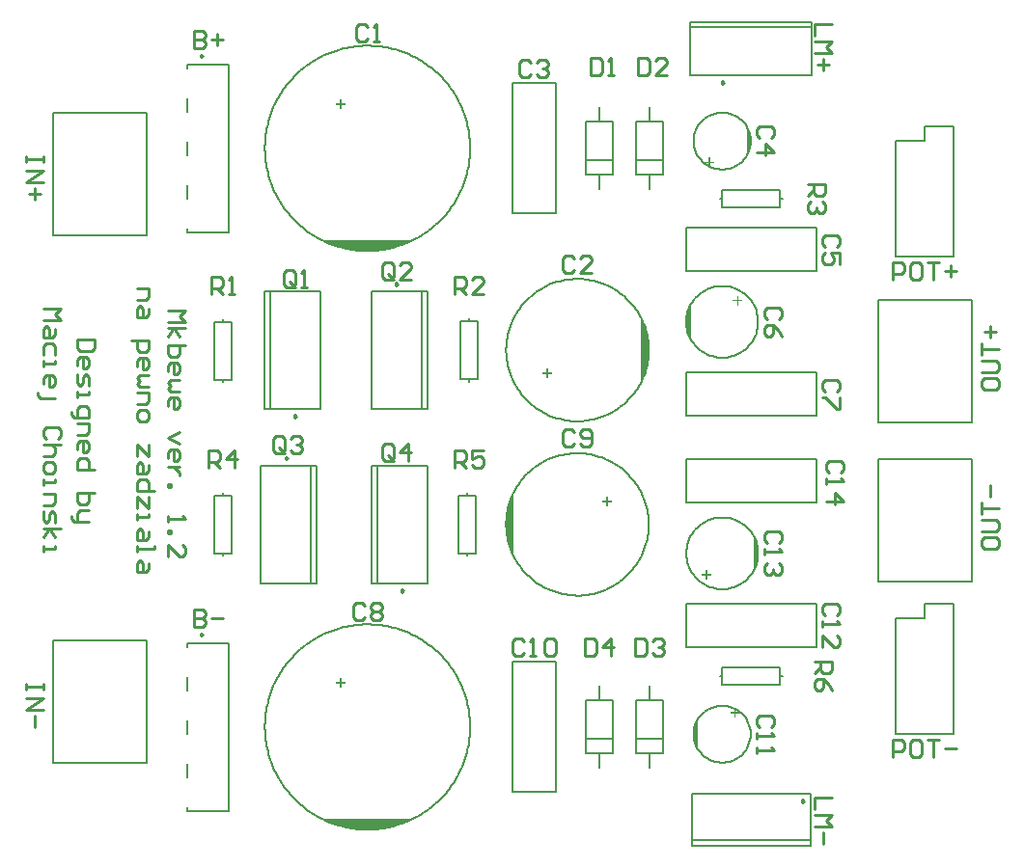
<source format=gto>
G04*
G04 #@! TF.GenerationSoftware,Altium Limited,Altium Designer,22.10.1 (41)*
G04*
G04 Layer_Color=65535*
%FSLAX25Y25*%
%MOIN*%
G70*
G04*
G04 #@! TF.SameCoordinates,29EE3482-A75D-48CA-8BFF-185FBC0ED275*
G04*
G04*
G04 #@! TF.FilePolarity,Positive*
G04*
G01*
G75*
%ADD10C,0.00984*%
%ADD11C,0.00787*%
%ADD12C,0.01000*%
G36*
X137475Y20387D02*
X136306Y19842D01*
X133897Y18925D01*
X131428Y18186D01*
X128911Y17628D01*
X126360Y17254D01*
X123789Y17067D01*
X121211D01*
X118640Y17254D01*
X116089Y17628D01*
X113573Y18186D01*
X111103Y18925D01*
X108694Y19842D01*
X107525Y20387D01*
X107525Y20387D01*
X137475Y20387D01*
D02*
G37*
G36*
X172699Y112101D02*
X172131Y113319D01*
X171268Y115863D01*
X170686Y118486D01*
X170394Y121157D01*
Y123843D01*
X170686Y126514D01*
X171268Y129137D01*
X172131Y131682D01*
X172699Y132899D01*
Y132899D01*
Y112101D01*
D02*
G37*
G36*
X236080Y45840D02*
X235853Y46327D01*
X235507Y47345D01*
X235275Y48394D01*
X235157Y49463D01*
Y50537D01*
X235275Y51606D01*
X235507Y52655D01*
X235853Y53673D01*
X236080Y54160D01*
X236080D01*
X236080Y45840D01*
D02*
G37*
G36*
X256240Y117741D02*
X256526Y117128D01*
X256961Y115845D01*
X257254Y114523D01*
X257401Y113177D01*
Y111823D01*
X257254Y110477D01*
X256961Y109155D01*
X256526Y107872D01*
X256240Y107259D01*
Y107259D01*
Y117741D01*
D02*
G37*
G36*
X137475Y220387D02*
X136306Y219842D01*
X133897Y218925D01*
X131428Y218186D01*
X128911Y217628D01*
X126360Y217254D01*
X123789Y217067D01*
X121211D01*
X118640Y217254D01*
X116089Y217628D01*
X113573Y218186D01*
X111103Y218925D01*
X108694Y219842D01*
X107525Y220387D01*
X107525Y220387D01*
X137475Y220387D01*
D02*
G37*
G36*
X217301Y193135D02*
X217869Y191918D01*
X218732Y189374D01*
X219314Y186750D01*
X219606Y184080D01*
Y181393D01*
X219314Y178722D01*
X218732Y176099D01*
X217869Y173555D01*
X217301Y172337D01*
X217301D01*
X217301Y193135D01*
D02*
G37*
G36*
X233760Y187259D02*
X233474Y187873D01*
X233039Y189155D01*
X232746Y190477D01*
X232598Y191823D01*
Y193177D01*
X232746Y194523D01*
X233039Y195845D01*
X233474Y197127D01*
X233760Y197741D01*
X233760D01*
X233760Y187259D01*
D02*
G37*
G36*
X253920Y259160D02*
X254147Y258673D01*
X254493Y257655D01*
X254726Y256606D01*
X254842Y255537D01*
Y254463D01*
X254726Y253394D01*
X254493Y252345D01*
X254147Y251327D01*
X253920Y250840D01*
Y250840D01*
Y259160D01*
D02*
G37*
G36*
X184968Y175023D02*
X186339D01*
Y174447D01*
X184968D01*
Y173076D01*
X184385D01*
Y174447D01*
X183014D01*
Y175023D01*
X184385D01*
Y176408D01*
X184968D01*
Y175023D01*
D02*
G37*
G36*
X250694Y200199D02*
X252064D01*
Y199623D01*
X250694D01*
Y198238D01*
X250111D01*
Y199623D01*
X248740D01*
Y200199D01*
X250111D01*
Y201569D01*
X250694D01*
Y200199D01*
D02*
G37*
G36*
X240874Y247877D02*
X242244D01*
Y247301D01*
X240874D01*
Y245931D01*
X240290D01*
Y247301D01*
X238920D01*
Y247877D01*
X240290D01*
Y249262D01*
X240874D01*
Y247877D01*
D02*
G37*
G36*
X113605Y268036D02*
X114991D01*
Y267453D01*
X113605D01*
Y266083D01*
X113030D01*
Y267453D01*
X111659D01*
Y268036D01*
X113030D01*
Y269407D01*
X113605D01*
Y268036D01*
D02*
G37*
G36*
X205615Y130789D02*
X206986D01*
Y130213D01*
X205615D01*
Y128828D01*
X205032D01*
Y130213D01*
X203661D01*
Y130789D01*
X205032D01*
Y132160D01*
X205615D01*
Y130789D01*
D02*
G37*
G36*
X113605Y68036D02*
X114991D01*
Y67453D01*
X113605D01*
Y66083D01*
X113030D01*
Y67453D01*
X111659D01*
Y68036D01*
X113030D01*
Y69407D01*
X113605D01*
Y68036D01*
D02*
G37*
G36*
X239889Y105377D02*
X241260D01*
Y104801D01*
X239889D01*
Y103431D01*
X239306D01*
Y104801D01*
X237936D01*
Y105377D01*
X239306D01*
Y106762D01*
X239889D01*
Y105377D01*
D02*
G37*
G36*
X249710Y57699D02*
X251080D01*
Y57123D01*
X249710D01*
Y55738D01*
X249126D01*
Y57123D01*
X247756D01*
Y57699D01*
X249126D01*
Y59069D01*
X249710D01*
Y57699D01*
D02*
G37*
D10*
X97992Y159902D02*
X97254Y160328D01*
Y159475D01*
X97992Y159902D01*
X65728Y284390D02*
X64990Y284816D01*
Y283964D01*
X65728Y284390D01*
X245492Y275157D02*
X244754Y275584D01*
Y274731D01*
X245492Y275157D01*
X132992Y205571D02*
X132254Y205997D01*
Y205145D01*
X132992Y205571D01*
X65728Y84390D02*
X64990Y84816D01*
Y83964D01*
X65728Y84390D01*
X94902Y145335D02*
X94163Y145761D01*
Y144908D01*
X94902Y145335D01*
X134901Y99665D02*
X134163Y100092D01*
Y99239D01*
X134901Y99665D01*
X273406Y26831D02*
X272667Y27257D01*
Y26405D01*
X273406Y26831D01*
D11*
X217301Y172337D02*
X217714Y173273D01*
X218087Y174224D01*
X218421Y175191D01*
X218714Y176170D01*
X218966Y177161D01*
X219177Y178162D01*
X219346Y179170D01*
X219474Y180184D01*
X219558Y181203D01*
X219601Y182225D01*
Y183247D01*
X219558Y184269D01*
X219474Y185288D01*
X219346Y186302D01*
X219177Y187311D01*
X218966Y188311D01*
X218714Y189302D01*
X218421Y190282D01*
X218087Y191248D01*
X217714Y192200D01*
X217301Y193135D01*
X219606Y182736D02*
X219586Y183733D01*
X219525Y184729D01*
X219425Y185721D01*
X219284Y186709D01*
X219103Y187689D01*
X218882Y188662D01*
X218622Y189625D01*
X218324Y190577D01*
X217987Y191516D01*
X217612Y192440D01*
X217200Y193348D01*
X216752Y194239D01*
X216268Y195111D01*
X215749Y195963D01*
X215196Y196793D01*
X214610Y197600D01*
X213991Y198382D01*
X213341Y199139D01*
X212662Y199869D01*
X211953Y200571D01*
X211216Y201243D01*
X210453Y201885D01*
X209664Y202496D01*
X208851Y203074D01*
X208016Y203618D01*
X207159Y204129D01*
X206282Y204604D01*
X205386Y205043D01*
X204474Y205446D01*
X203546Y205811D01*
X202604Y206138D01*
X201649Y206427D01*
X200684Y206677D01*
X199709Y206888D01*
X198726Y207059D01*
X197737Y207190D01*
X196744Y207281D01*
X195748Y207331D01*
X194751Y207341D01*
X193754Y207311D01*
X192759Y207240D01*
X191768Y207129D01*
X190782Y206978D01*
X189803Y206787D01*
X188832Y206557D01*
X187872Y206288D01*
X186924Y205979D01*
X185988Y205633D01*
X185068Y205249D01*
X184164Y204828D01*
X183277Y204371D01*
X182410Y203878D01*
X181564Y203350D01*
X180739Y202789D01*
X179938Y202194D01*
X179162Y201568D01*
X178412Y200911D01*
X177689Y200223D01*
X176995Y199507D01*
X176330Y198764D01*
X175696Y197994D01*
X175093Y197199D01*
X174523Y196381D01*
X173987Y195540D01*
X173486Y194678D01*
X173019Y193796D01*
X172589Y192896D01*
X172196Y191980D01*
X171840Y191048D01*
X171522Y190102D01*
X171243Y189145D01*
X171003Y188177D01*
X170802Y187200D01*
X170641Y186216D01*
X170520Y185226D01*
X170439Y184231D01*
X170399Y183235D01*
Y182238D01*
X170439Y181241D01*
X170520Y180247D01*
X170641Y179257D01*
X170802Y178272D01*
X171003Y177295D01*
X171243Y176328D01*
X171522Y175370D01*
X171840Y174425D01*
X172196Y173493D01*
X172589Y172576D01*
X173019Y171676D01*
X173486Y170795D01*
X173987Y169933D01*
X174523Y169092D01*
X175093Y168273D01*
X175696Y167478D01*
X176330Y166708D01*
X176995Y165965D01*
X177689Y165249D01*
X178412Y164562D01*
X179162Y163905D01*
X179938Y163278D01*
X180739Y162684D01*
X181564Y162122D01*
X182410Y161595D01*
X183277Y161102D01*
X184164Y160645D01*
X185068Y160224D01*
X185988Y159840D01*
X186924Y159493D01*
X187872Y159185D01*
X188832Y158915D01*
X189803Y158685D01*
X190782Y158494D01*
X191768Y158343D01*
X192759Y158232D01*
X193754Y158162D01*
X194751Y158131D01*
X195748Y158141D01*
X196744Y158192D01*
X197737Y158283D01*
X198726Y158414D01*
X199709Y158585D01*
X200684Y158795D01*
X201649Y159045D01*
X202604Y159334D01*
X203546Y159662D01*
X204474Y160027D01*
X205386Y160430D01*
X206282Y160869D01*
X207159Y161344D01*
X208016Y161854D01*
X208851Y162399D01*
X209664Y162977D01*
X210453Y163587D01*
X211216Y164230D01*
X211953Y164902D01*
X212662Y165603D01*
X213341Y166333D01*
X213991Y167090D01*
X214610Y167873D01*
X215196Y168679D01*
X215749Y169509D01*
X216268Y170361D01*
X216752Y171233D01*
X217200Y172124D01*
X217612Y173033D01*
X217987Y173957D01*
X218324Y174896D01*
X218622Y175847D01*
X218882Y176810D01*
X219103Y177783D01*
X219284Y178764D01*
X219425Y179751D01*
X219525Y180744D01*
X219586Y181739D01*
X219606Y182736D01*
X233760Y197741D02*
X233380Y196834D01*
X233073Y195899D01*
X232842Y194943D01*
X232686Y193972D01*
X232608Y192992D01*
Y192008D01*
X232686Y191028D01*
X232842Y190057D01*
X233073Y189101D01*
X233380Y188166D01*
X233760Y187259D01*
X257401Y192500D02*
X257361Y193498D01*
X257241Y194489D01*
X257041Y195468D01*
X256763Y196427D01*
X256409Y197361D01*
X255981Y198263D01*
X255482Y199128D01*
X254914Y199950D01*
X254283Y200724D01*
X253591Y201444D01*
X252843Y202106D01*
X252045Y202706D01*
X251201Y203240D01*
X250316Y203704D01*
X249398Y204096D01*
X248450Y204412D01*
X247481Y204651D01*
X246495Y204811D01*
X245499Y204891D01*
X244501D01*
X243505Y204811D01*
X242519Y204651D01*
X241550Y204412D01*
X240602Y204096D01*
X239684Y203704D01*
X238799Y203240D01*
X237955Y202706D01*
X237157Y202106D01*
X236409Y201444D01*
X235717Y200724D01*
X235086Y199950D01*
X234518Y199128D01*
X234019Y198263D01*
X233591Y197361D01*
X233237Y196427D01*
X232959Y195468D01*
X232759Y194489D01*
X232639Y193498D01*
X232598Y192500D01*
X232639Y191502D01*
X232759Y190511D01*
X232959Y189532D01*
X233237Y188573D01*
X233591Y187639D01*
X234019Y186737D01*
X234518Y185872D01*
X235086Y185050D01*
X235717Y184276D01*
X236409Y183556D01*
X237157Y182894D01*
X237955Y182294D01*
X238799Y181760D01*
X239684Y181296D01*
X240602Y180904D01*
X241550Y180588D01*
X242519Y180349D01*
X243505Y180189D01*
X244501Y180108D01*
X245499D01*
X246495Y180189D01*
X247481Y180349D01*
X248450Y180588D01*
X249398Y180904D01*
X250317Y181296D01*
X251201Y181760D01*
X252045Y182294D01*
X252843Y182894D01*
X253591Y183556D01*
X254283Y184276D01*
X254914Y185050D01*
X255482Y185872D01*
X255981Y186737D01*
X256409Y187639D01*
X256763Y188573D01*
X257041Y189532D01*
X257241Y190511D01*
X257361Y191502D01*
X257401Y192500D01*
X253920Y250840D02*
X254281Y251724D01*
X254555Y252637D01*
X254739Y253573D01*
X254831Y254523D01*
X254831Y255477D01*
X254739Y256427D01*
X254555Y257363D01*
X254281Y258277D01*
X253920Y259160D01*
X254842Y255000D02*
X254792Y255996D01*
X254641Y256981D01*
X254391Y257946D01*
X254045Y258881D01*
X253606Y259777D01*
X253078Y260623D01*
X252468Y261411D01*
X251781Y262134D01*
X251025Y262783D01*
X250206Y263353D01*
X249335Y263837D01*
X248418Y264230D01*
X247467Y264528D01*
X246490Y264729D01*
X245498Y264830D01*
X244501D01*
X243510Y264729D01*
X242533Y264528D01*
X241582Y264230D01*
X240665Y263837D01*
X239794Y263353D01*
X238975Y262783D01*
X238219Y262134D01*
X237532Y261411D01*
X236922Y260623D01*
X236394Y259777D01*
X235955Y258881D01*
X235609Y257946D01*
X235359Y256981D01*
X235208Y255996D01*
X235157Y255000D01*
X235208Y254004D01*
X235359Y253019D01*
X235609Y252053D01*
X235955Y251118D01*
X236394Y250223D01*
X236922Y249377D01*
X237532Y248589D01*
X238219Y247866D01*
X238975Y247217D01*
X239794Y246647D01*
X240665Y246163D01*
X241582Y245770D01*
X242533Y245472D01*
X243510Y245271D01*
X244501Y245170D01*
X245498D01*
X246491Y245271D01*
X247467Y245472D01*
X248418Y245770D01*
X249335Y246163D01*
X250206Y246647D01*
X251025Y247217D01*
X251781Y247866D01*
X252468Y248589D01*
X253078Y249377D01*
X253606Y250223D01*
X254045Y251119D01*
X254391Y252053D01*
X254641Y253019D01*
X254792Y254004D01*
X254842Y255000D01*
X107525Y220387D02*
X108435Y219978D01*
X109356Y219595D01*
X110287Y219238D01*
X111229Y218908D01*
X112179Y218604D01*
X113137Y218326D01*
X114102Y218076D01*
X115075Y217854D01*
X116053Y217658D01*
X117036Y217491D01*
X118024Y217351D01*
X119015Y217239D01*
X120009Y217155D01*
X121004Y217099D01*
X122001Y217071D01*
X122999D01*
X123996Y217099D01*
X124992Y217155D01*
X125986Y217239D01*
X126977Y217351D01*
X127964Y217491D01*
X128947Y217658D01*
X129926Y217854D01*
X130898Y218076D01*
X131863Y218327D01*
X132822Y218604D01*
X133772Y218908D01*
X134713Y219238D01*
X135644Y219595D01*
X136565Y219978D01*
X137475Y220387D01*
X157933Y252500D02*
X157919Y253498D01*
X157877Y254496D01*
X157807Y255491D01*
X157708Y256485D01*
X157582Y257475D01*
X157428Y258462D01*
X157246Y259443D01*
X157037Y260419D01*
X156800Y261389D01*
X156536Y262352D01*
X156245Y263307D01*
X155927Y264253D01*
X155582Y265190D01*
X155212Y266117D01*
X154815Y267033D01*
X154393Y267938D01*
X153946Y268830D01*
X153473Y269710D01*
X152976Y270575D01*
X152454Y271427D01*
X151909Y272263D01*
X151341Y273084D01*
X150750Y273888D01*
X150136Y274676D01*
X149500Y275445D01*
X148843Y276197D01*
X148165Y276930D01*
X147467Y277643D01*
X146748Y278336D01*
X146011Y279009D01*
X145255Y279661D01*
X144480Y280291D01*
X143689Y280900D01*
X142880Y281485D01*
X142056Y282048D01*
X141216Y282587D01*
X140360Y283102D01*
X139491Y283593D01*
X138609Y284060D01*
X137713Y284501D01*
X136805Y284917D01*
X135887Y285307D01*
X134957Y285671D01*
X134018Y286009D01*
X133069Y286320D01*
X132112Y286604D01*
X131147Y286862D01*
X130176Y287092D01*
X129198Y287294D01*
X128215Y287469D01*
X127228Y287616D01*
X126237Y287735D01*
X125243Y287827D01*
X124246Y287890D01*
X123249Y287925D01*
X122250Y287932D01*
X121252Y287911D01*
X120255Y287862D01*
X119260Y287785D01*
X118267Y287679D01*
X117278Y287546D01*
X116293Y287385D01*
X115312Y287196D01*
X114338Y286980D01*
X113370Y286736D01*
X112409Y286466D01*
X111456Y286168D01*
X110512Y285843D01*
X109577Y285492D01*
X108653Y285115D01*
X107739Y284712D01*
X106838Y284283D01*
X105948Y283830D01*
X105072Y283351D01*
X104210Y282848D01*
X103363Y282320D01*
X102530Y281769D01*
X101713Y281195D01*
X100913Y280598D01*
X100130Y279979D01*
X99365Y279338D01*
X98618Y278675D01*
X97890Y277992D01*
X97182Y277289D01*
X96494Y276566D01*
X95826Y275823D01*
X95179Y275063D01*
X94555Y274284D01*
X93952Y273488D01*
X93372Y272676D01*
X92815Y271847D01*
X92282Y271003D01*
X91773Y270144D01*
X91288Y269272D01*
X90828Y268386D01*
X90393Y267487D01*
X89983Y266577D01*
X89600Y265655D01*
X89242Y264723D01*
X88911Y263781D01*
X88606Y262830D01*
X88329Y261872D01*
X88078Y260905D01*
X87855Y259932D01*
X87660Y258953D01*
X87492Y257969D01*
X87351Y256981D01*
X87239Y255989D01*
X87155Y254994D01*
X87099Y253997D01*
X87071Y252999D01*
Y252001D01*
X87099Y251003D01*
X87155Y250006D01*
X87239Y249011D01*
X87351Y248020D01*
X87492Y247031D01*
X87660Y246047D01*
X87855Y245068D01*
X88078Y244095D01*
X88329Y243128D01*
X88606Y242170D01*
X88911Y241219D01*
X89242Y240277D01*
X89600Y239345D01*
X89983Y238423D01*
X90393Y237513D01*
X90828Y236614D01*
X91288Y235728D01*
X91773Y234856D01*
X92282Y233997D01*
X92815Y233153D01*
X93372Y232324D01*
X93952Y231512D01*
X94555Y230716D01*
X95179Y229937D01*
X95826Y229176D01*
X96493Y228434D01*
X97182Y227711D01*
X97890Y227008D01*
X98618Y226325D01*
X99365Y225662D01*
X100130Y225021D01*
X100913Y224402D01*
X101713Y223805D01*
X102530Y223231D01*
X103363Y222680D01*
X104210Y222152D01*
X105072Y221649D01*
X105948Y221170D01*
X106838Y220717D01*
X107739Y220288D01*
X108653Y219885D01*
X109577Y219508D01*
X110512Y219157D01*
X111456Y218832D01*
X112408Y218534D01*
X113369Y218264D01*
X114338Y218020D01*
X115312Y217804D01*
X116293Y217615D01*
X117278Y217454D01*
X118267Y217321D01*
X119260Y217215D01*
X120255Y217138D01*
X121252Y217089D01*
X122250Y217068D01*
X123249Y217075D01*
X124246Y217110D01*
X125243Y217173D01*
X126237Y217265D01*
X127228Y217384D01*
X128215Y217531D01*
X129198Y217706D01*
X130176Y217908D01*
X131147Y218138D01*
X132112Y218396D01*
X133069Y218680D01*
X134018Y218991D01*
X134957Y219329D01*
X135887Y219693D01*
X136805Y220083D01*
X137713Y220499D01*
X138608Y220940D01*
X139491Y221407D01*
X140360Y221898D01*
X141215Y222413D01*
X142056Y222952D01*
X142880Y223515D01*
X143689Y224100D01*
X144480Y224709D01*
X145255Y225339D01*
X146011Y225991D01*
X146748Y226664D01*
X147467Y227357D01*
X148165Y228070D01*
X148843Y228803D01*
X149500Y229555D01*
X150136Y230324D01*
X150750Y231112D01*
X151341Y231916D01*
X151909Y232737D01*
X152454Y233573D01*
X152976Y234424D01*
X153473Y235290D01*
X153945Y236170D01*
X154393Y237062D01*
X154815Y237967D01*
X155212Y238883D01*
X155582Y239810D01*
X155927Y240747D01*
X156245Y241693D01*
X156536Y242648D01*
X156800Y243611D01*
X157037Y244581D01*
X157246Y245557D01*
X157428Y246538D01*
X157582Y247525D01*
X157708Y248515D01*
X157807Y249509D01*
X157877Y250504D01*
X157919Y251502D01*
X157933Y252500D01*
X172699Y132899D02*
X172286Y131964D01*
X171913Y131012D01*
X171579Y130045D01*
X171286Y129066D01*
X171034Y128075D01*
X170823Y127075D01*
X170654Y126066D01*
X170526Y125052D01*
X170442Y124033D01*
X170399Y123011D01*
Y121989D01*
X170442Y120967D01*
X170526Y119948D01*
X170654Y118934D01*
X170823Y117925D01*
X171034Y116925D01*
X171286Y115934D01*
X171579Y114955D01*
X171913Y113988D01*
X172286Y113036D01*
X172699Y112101D01*
X219606Y122500D02*
X219586Y123497D01*
X219525Y124493D01*
X219425Y125485D01*
X219284Y126472D01*
X219103Y127453D01*
X218882Y128426D01*
X218622Y129389D01*
X218324Y130341D01*
X217987Y131279D01*
X217612Y132204D01*
X217200Y133112D01*
X216752Y134003D01*
X216268Y134875D01*
X215749Y135727D01*
X215196Y136557D01*
X214610Y137364D01*
X213991Y138146D01*
X213341Y138903D01*
X212662Y139633D01*
X211953Y140334D01*
X211216Y141007D01*
X210453Y141649D01*
X209664Y142259D01*
X208851Y142837D01*
X208016Y143382D01*
X207159Y143892D01*
X206282Y144367D01*
X205386Y144807D01*
X204474Y145209D01*
X203546Y145575D01*
X202604Y145902D01*
X201649Y146191D01*
X200684Y146441D01*
X199709Y146651D01*
X198726Y146823D01*
X197737Y146953D01*
X196744Y147044D01*
X195748Y147095D01*
X194751Y147105D01*
X193754Y147075D01*
X192759Y147004D01*
X191768Y146893D01*
X190782Y146742D01*
X189803Y146551D01*
X188832Y146321D01*
X187872Y146051D01*
X186924Y145743D01*
X185988Y145397D01*
X185068Y145013D01*
X184164Y144592D01*
X183277Y144134D01*
X182410Y143641D01*
X181564Y143114D01*
X180739Y142552D01*
X179938Y141958D01*
X179162Y141332D01*
X178412Y140674D01*
X177689Y139987D01*
X176995Y139271D01*
X176330Y138528D01*
X175696Y137758D01*
X175093Y136963D01*
X174523Y136145D01*
X173987Y135303D01*
X173486Y134441D01*
X173019Y133560D01*
X172589Y132660D01*
X172196Y131743D01*
X171840Y130812D01*
X171522Y129866D01*
X171243Y128909D01*
X171003Y127941D01*
X170802Y126964D01*
X170641Y125979D01*
X170520Y124989D01*
X170439Y123995D01*
X170399Y122999D01*
Y122001D01*
X170439Y121005D01*
X170520Y120011D01*
X170641Y119021D01*
X170802Y118036D01*
X171003Y117059D01*
X171243Y116091D01*
X171522Y115134D01*
X171840Y114188D01*
X172196Y113257D01*
X172589Y112340D01*
X173019Y111440D01*
X173486Y110558D01*
X173987Y109696D01*
X174523Y108855D01*
X175093Y108037D01*
X175696Y107242D01*
X176330Y106472D01*
X176995Y105729D01*
X177689Y105013D01*
X178412Y104326D01*
X179162Y103668D01*
X179938Y103042D01*
X180739Y102447D01*
X181564Y101886D01*
X182410Y101358D01*
X183277Y100866D01*
X184164Y100408D01*
X185068Y99987D01*
X185988Y99603D01*
X186924Y99257D01*
X187872Y98949D01*
X188832Y98679D01*
X189803Y98449D01*
X190782Y98258D01*
X191768Y98107D01*
X192759Y97996D01*
X193754Y97925D01*
X194751Y97895D01*
X195748Y97905D01*
X196744Y97956D01*
X197737Y98046D01*
X198726Y98177D01*
X199709Y98348D01*
X200684Y98559D01*
X201649Y98809D01*
X202604Y99098D01*
X203546Y99426D01*
X204474Y99791D01*
X205386Y100193D01*
X206282Y100633D01*
X207159Y101108D01*
X208016Y101618D01*
X208851Y102163D01*
X209664Y102741D01*
X210453Y103351D01*
X211216Y103993D01*
X211953Y104666D01*
X212662Y105367D01*
X213341Y106097D01*
X213991Y106854D01*
X214610Y107636D01*
X215196Y108443D01*
X215749Y109273D01*
X216268Y110125D01*
X216752Y110997D01*
X217200Y111888D01*
X217612Y112796D01*
X217987Y113721D01*
X218324Y114659D01*
X218622Y115611D01*
X218882Y116574D01*
X219103Y117547D01*
X219284Y118528D01*
X219425Y119515D01*
X219525Y120507D01*
X219586Y121503D01*
X219606Y122500D01*
X157933Y52500D02*
X157919Y53498D01*
X157877Y54496D01*
X157807Y55492D01*
X157708Y56485D01*
X157582Y57475D01*
X157428Y58462D01*
X157246Y59443D01*
X157037Y60419D01*
X156800Y61389D01*
X156536Y62352D01*
X156245Y63307D01*
X155927Y64253D01*
X155582Y65190D01*
X155212Y66117D01*
X154815Y67033D01*
X154393Y67938D01*
X153946Y68830D01*
X153473Y69710D01*
X152976Y70575D01*
X152454Y71427D01*
X151909Y72263D01*
X151341Y73084D01*
X150750Y73888D01*
X150136Y74676D01*
X149500Y75445D01*
X148843Y76197D01*
X148165Y76930D01*
X147467Y77643D01*
X146748Y78336D01*
X146011Y79009D01*
X145255Y79661D01*
X144480Y80291D01*
X143689Y80900D01*
X142880Y81485D01*
X142056Y82048D01*
X141216Y82587D01*
X140360Y83102D01*
X139491Y83593D01*
X138609Y84060D01*
X137713Y84501D01*
X136805Y84917D01*
X135887Y85307D01*
X134957Y85671D01*
X134018Y86009D01*
X133069Y86320D01*
X132112Y86604D01*
X131147Y86862D01*
X130176Y87092D01*
X129198Y87294D01*
X128215Y87469D01*
X127228Y87616D01*
X126237Y87735D01*
X125243Y87827D01*
X124246Y87890D01*
X123249Y87925D01*
X122250Y87932D01*
X121252Y87911D01*
X120255Y87862D01*
X119260Y87785D01*
X118267Y87679D01*
X117278Y87546D01*
X116293Y87385D01*
X115312Y87196D01*
X114338Y86980D01*
X113370Y86736D01*
X112409Y86466D01*
X111456Y86168D01*
X110512Y85843D01*
X109577Y85492D01*
X108653Y85115D01*
X107739Y84712D01*
X106838Y84284D01*
X105948Y83830D01*
X105072Y83351D01*
X104210Y82848D01*
X103363Y82320D01*
X102530Y81769D01*
X101713Y81195D01*
X100913Y80598D01*
X100130Y79979D01*
X99365Y79338D01*
X98618Y78675D01*
X97890Y77992D01*
X97182Y77289D01*
X96494Y76566D01*
X95826Y75823D01*
X95179Y75063D01*
X94555Y74284D01*
X93952Y73488D01*
X93372Y72676D01*
X92815Y71847D01*
X92282Y71003D01*
X91773Y70144D01*
X91288Y69272D01*
X90828Y68386D01*
X90393Y67487D01*
X89983Y66577D01*
X89600Y65655D01*
X89242Y64723D01*
X88911Y63781D01*
X88606Y62830D01*
X88329Y61871D01*
X88078Y60905D01*
X87855Y59932D01*
X87660Y58953D01*
X87492Y57969D01*
X87351Y56981D01*
X87239Y55989D01*
X87155Y54994D01*
X87099Y53997D01*
X87071Y52999D01*
Y52001D01*
X87099Y51003D01*
X87155Y50006D01*
X87239Y49011D01*
X87351Y48019D01*
X87492Y47031D01*
X87660Y46047D01*
X87855Y45068D01*
X88078Y44095D01*
X88329Y43128D01*
X88606Y42170D01*
X88911Y41219D01*
X89242Y40277D01*
X89600Y39345D01*
X89983Y38423D01*
X90393Y37513D01*
X90828Y36614D01*
X91288Y35728D01*
X91773Y34856D01*
X92282Y33997D01*
X92815Y33153D01*
X93372Y32324D01*
X93952Y31512D01*
X94555Y30716D01*
X95179Y29937D01*
X95826Y29177D01*
X96493Y28434D01*
X97182Y27711D01*
X97890Y27008D01*
X98618Y26325D01*
X99365Y25662D01*
X100130Y25021D01*
X100913Y24402D01*
X101713Y23805D01*
X102530Y23231D01*
X103363Y22680D01*
X104210Y22152D01*
X105072Y21649D01*
X105948Y21170D01*
X106838Y20717D01*
X107739Y20288D01*
X108653Y19885D01*
X109577Y19508D01*
X110512Y19157D01*
X111456Y18832D01*
X112408Y18534D01*
X113369Y18264D01*
X114338Y18020D01*
X115312Y17804D01*
X116293Y17615D01*
X117278Y17454D01*
X118267Y17321D01*
X119260Y17215D01*
X120255Y17138D01*
X121252Y17089D01*
X122250Y17068D01*
X123249Y17075D01*
X124246Y17110D01*
X125243Y17173D01*
X126237Y17265D01*
X127228Y17384D01*
X128215Y17531D01*
X129198Y17706D01*
X130176Y17908D01*
X131147Y18138D01*
X132112Y18396D01*
X133069Y18680D01*
X134018Y18991D01*
X134957Y19329D01*
X135887Y19693D01*
X136805Y20083D01*
X137713Y20499D01*
X138608Y20940D01*
X139491Y21407D01*
X140360Y21898D01*
X141215Y22413D01*
X142056Y22952D01*
X142880Y23515D01*
X143689Y24101D01*
X144480Y24709D01*
X145255Y25339D01*
X146011Y25991D01*
X146748Y26664D01*
X147467Y27357D01*
X148165Y28070D01*
X148843Y28803D01*
X149500Y29555D01*
X150136Y30324D01*
X150750Y31112D01*
X151341Y31916D01*
X151909Y32737D01*
X152454Y33573D01*
X152976Y34424D01*
X153473Y35290D01*
X153945Y36170D01*
X154393Y37062D01*
X154815Y37967D01*
X155212Y38883D01*
X155582Y39810D01*
X155927Y40747D01*
X156245Y41693D01*
X156536Y42648D01*
X156800Y43611D01*
X157037Y44581D01*
X157246Y45557D01*
X157428Y46538D01*
X157582Y47525D01*
X157708Y48515D01*
X157807Y49509D01*
X157877Y50504D01*
X157919Y51502D01*
X157933Y52500D01*
X107525Y20387D02*
X108435Y19978D01*
X109356Y19595D01*
X110287Y19238D01*
X111229Y18908D01*
X112179Y18604D01*
X113137Y18327D01*
X114102Y18077D01*
X115075Y17854D01*
X116053Y17659D01*
X117036Y17491D01*
X118024Y17351D01*
X119015Y17239D01*
X120009Y17155D01*
X121004Y17099D01*
X122001Y17071D01*
X122999D01*
X123996Y17099D01*
X124992Y17155D01*
X125986Y17239D01*
X126977Y17351D01*
X127964Y17491D01*
X128947Y17659D01*
X129926Y17854D01*
X130898Y18077D01*
X131863Y18327D01*
X132822Y18604D01*
X133772Y18908D01*
X134713Y19238D01*
X135644Y19595D01*
X136565Y19978D01*
X137475Y20387D01*
X257401Y112500D02*
X257361Y113498D01*
X257241Y114489D01*
X257041Y115468D01*
X256763Y116427D01*
X256409Y117361D01*
X255981Y118263D01*
X255482Y119128D01*
X254914Y119950D01*
X254283Y120724D01*
X253591Y121444D01*
X252843Y122106D01*
X252045Y122706D01*
X251201Y123240D01*
X250316Y123704D01*
X249398Y124096D01*
X248450Y124412D01*
X247481Y124651D01*
X246495Y124811D01*
X245499Y124891D01*
X244501D01*
X243505Y124811D01*
X242519Y124651D01*
X241550Y124412D01*
X240602Y124096D01*
X239684Y123704D01*
X238799Y123240D01*
X237955Y122706D01*
X237157Y122106D01*
X236409Y121444D01*
X235717Y120724D01*
X235086Y119950D01*
X234518Y119128D01*
X234019Y118263D01*
X233591Y117361D01*
X233237Y116427D01*
X232959Y115468D01*
X232759Y114489D01*
X232639Y113498D01*
X232598Y112500D01*
X232639Y111502D01*
X232759Y110511D01*
X232959Y109532D01*
X233237Y108573D01*
X233591Y107639D01*
X234019Y106737D01*
X234518Y105872D01*
X235086Y105050D01*
X235717Y104276D01*
X236409Y103556D01*
X237157Y102894D01*
X237955Y102294D01*
X238799Y101760D01*
X239684Y101296D01*
X240602Y100904D01*
X241550Y100588D01*
X242519Y100349D01*
X243505Y100189D01*
X244501Y100109D01*
X245499D01*
X246495Y100189D01*
X247481Y100349D01*
X248450Y100588D01*
X249398Y100904D01*
X250317Y101296D01*
X251201Y101760D01*
X252045Y102294D01*
X252843Y102894D01*
X253591Y103556D01*
X254283Y104276D01*
X254914Y105050D01*
X255482Y105872D01*
X255981Y106737D01*
X256409Y107639D01*
X256763Y108573D01*
X257041Y109532D01*
X257241Y110511D01*
X257361Y111502D01*
X257401Y112500D01*
X256240Y107259D02*
X256620Y108166D01*
X256926Y109101D01*
X257158Y110056D01*
X257314Y111028D01*
X257392Y112008D01*
X257392Y112992D01*
X257314Y113972D01*
X257158Y114944D01*
X256926Y115899D01*
X256620Y116834D01*
X256240Y117741D01*
X254842Y50000D02*
X254792Y50996D01*
X254641Y51981D01*
X254391Y52947D01*
X254045Y53881D01*
X253606Y54777D01*
X253078Y55623D01*
X252468Y56411D01*
X251781Y57134D01*
X251025Y57783D01*
X250206Y58353D01*
X249335Y58837D01*
X248418Y59230D01*
X247467Y59528D01*
X246490Y59729D01*
X245498Y59830D01*
X244501D01*
X243510Y59729D01*
X242533Y59528D01*
X241582Y59230D01*
X240665Y58837D01*
X239794Y58353D01*
X238975Y57783D01*
X238219Y57134D01*
X237532Y56411D01*
X236922Y55623D01*
X236394Y54777D01*
X235955Y53881D01*
X235609Y52947D01*
X235359Y51981D01*
X235208Y50996D01*
X235157Y50000D01*
X235208Y49004D01*
X235359Y48019D01*
X235609Y47054D01*
X235955Y46119D01*
X236394Y45223D01*
X236922Y44377D01*
X237532Y43589D01*
X238219Y42866D01*
X238975Y42217D01*
X239794Y41647D01*
X240665Y41163D01*
X241582Y40770D01*
X242533Y40472D01*
X243510Y40271D01*
X244501Y40170D01*
X245498D01*
X246491Y40271D01*
X247467Y40472D01*
X248418Y40770D01*
X249335Y41163D01*
X250206Y41647D01*
X251025Y42217D01*
X251781Y42866D01*
X252468Y43589D01*
X253078Y44377D01*
X253606Y45223D01*
X254045Y46119D01*
X254391Y47054D01*
X254641Y48019D01*
X254792Y49004D01*
X254842Y50000D01*
X236080Y54160D02*
X235719Y53276D01*
X235445Y52363D01*
X235261Y51427D01*
X235169Y50477D01*
Y49523D01*
X235261Y48573D01*
X235445Y47637D01*
X235719Y46723D01*
X236080Y45840D01*
X88858Y162461D02*
Y203012D01*
X86890Y162461D02*
Y203012D01*
X106181Y162461D02*
Y203012D01*
X86890D02*
X106181D01*
X86890Y162461D02*
X106181D01*
X72500Y171600D02*
Y172500D01*
Y192500D02*
Y193400D01*
X69500Y172500D02*
X72500D01*
X69500D02*
Y192500D01*
X75500D01*
Y172500D02*
Y192500D01*
X72500Y172500D02*
X75500D01*
X46141Y222499D02*
Y264862D01*
X13858Y222499D02*
X46141D01*
X13858D02*
Y264862D01*
X46141D01*
X74685Y223464D02*
Y281535D01*
X60315Y223464D02*
X74685D01*
X60315Y280059D02*
Y281535D01*
Y265059D02*
Y269823D01*
Y250059D02*
Y254823D01*
Y235059D02*
Y239823D01*
Y223464D02*
Y224823D01*
Y281535D02*
X74685D01*
X276063Y277717D02*
Y296220D01*
X233937Y277717D02*
Y296220D01*
Y277717D02*
X276063D01*
X233937Y296220D02*
X276063D01*
X233937Y294252D02*
X276063D01*
X305000Y215000D02*
Y255000D01*
X315000D01*
Y260000D01*
X325000D01*
Y215000D02*
Y260000D01*
X305000Y215000D02*
X325000D01*
X277500Y210000D02*
Y225000D01*
X232500Y210000D02*
X277500D01*
X232500D02*
Y225000D01*
X277500D01*
X217301Y172337D02*
Y193135D01*
X215374Y248346D02*
X224626D01*
X220000Y238346D02*
Y243346D01*
Y261654D02*
Y266654D01*
X215374Y261654D02*
X224626D01*
Y243346D02*
Y261654D01*
X215374Y243346D02*
X224626D01*
X215374D02*
Y261654D01*
X233760Y187259D02*
Y197741D01*
X232500Y160000D02*
X277500D01*
Y175000D01*
X232500D02*
X277500D01*
X232500Y160000D02*
Y175000D01*
X253920Y250840D02*
Y259160D01*
X245000Y235000D02*
Y238000D01*
X265000D01*
Y232000D02*
Y238000D01*
X245000Y232000D02*
X265000D01*
X245000D02*
Y235000D01*
X244100D02*
X245000D01*
X265000D02*
X265900D01*
X298859Y157638D02*
Y200001D01*
X331142D01*
Y157638D02*
Y200001D01*
X298859Y157638D02*
X331142D01*
X107525Y220387D02*
X137475D01*
X197874Y243346D02*
Y261654D01*
Y243346D02*
X207126D01*
Y261654D01*
X197874D02*
X207126D01*
X202500D02*
Y266654D01*
Y238346D02*
Y243346D01*
X197874Y248346D02*
X207126D01*
X123819Y203012D02*
X143110D01*
X123819Y162461D02*
X143110D01*
X123819D02*
Y203012D01*
X143110Y162461D02*
Y203012D01*
X141142Y162461D02*
Y203012D01*
X157500Y171836D02*
Y172736D01*
Y192736D02*
Y193636D01*
X154500Y172736D02*
X157500D01*
X154500D02*
Y192736D01*
X160500D01*
Y172736D02*
Y192736D01*
X157500Y172736D02*
X160500D01*
X172500Y230000D02*
Y275000D01*
Y230000D02*
X187500D01*
Y275000D01*
X172500D02*
X187500D01*
X172500Y30000D02*
X187500D01*
X172500D02*
Y75000D01*
X107525Y20387D02*
X137475D01*
X232500Y80000D02*
X277500D01*
Y95000D01*
X232500D02*
X277500D01*
X232500Y80000D02*
Y95000D01*
X72500Y132500D02*
Y133400D01*
Y111600D02*
Y112500D01*
Y132500D02*
X75500D01*
Y112500D02*
Y132500D01*
X69500Y112500D02*
X75500D01*
X69500D02*
Y132500D01*
X72500D01*
X172699Y112101D02*
Y132899D01*
X305000Y50000D02*
X325000D01*
Y95000D01*
X315000D02*
X325000D01*
X315000Y90000D02*
Y95000D01*
X305000Y90000D02*
X315000D01*
X305000Y50000D02*
Y90000D01*
X46141Y39999D02*
Y82362D01*
X13858Y39999D02*
X46141D01*
X13858D02*
Y82362D01*
X46141D01*
X153909Y132500D02*
X156909D01*
X153909Y112500D02*
Y132500D01*
Y112500D02*
X159909D01*
Y132500D01*
X156909D02*
X159909D01*
X156909Y111600D02*
Y112500D01*
Y132500D02*
Y133400D01*
X125768Y102224D02*
Y142776D01*
X123799Y102224D02*
Y142776D01*
X143090Y102224D02*
Y142776D01*
X123799D02*
X143090D01*
X123799Y102224D02*
X143090D01*
X103051D02*
Y142776D01*
X105020Y102224D02*
Y142776D01*
X85728Y102224D02*
Y142776D01*
Y102224D02*
X105020D01*
X85728Y142776D02*
X105020D01*
X60315Y81535D02*
X74685D01*
X60315Y23464D02*
Y24823D01*
Y35059D02*
Y39823D01*
Y50059D02*
Y54823D01*
Y65059D02*
Y69823D01*
Y80059D02*
Y81535D01*
Y23464D02*
X74685D01*
Y81535D01*
X172500Y75000D02*
X187500D01*
Y30000D02*
Y75000D01*
X215374Y43346D02*
Y61654D01*
Y43346D02*
X224626D01*
Y61654D01*
X215374D02*
X224626D01*
X220000D02*
Y66654D01*
Y38346D02*
Y43346D01*
X215374Y48346D02*
X224626D01*
X245000Y67000D02*
Y70000D01*
Y67000D02*
X265000D01*
Y73000D01*
X245000D02*
X265000D01*
X245000Y70000D02*
Y73000D01*
X265000Y70000D02*
X265900D01*
X244100D02*
X245000D01*
X197874Y43346D02*
Y61654D01*
Y43346D02*
X207126D01*
Y61654D01*
X197874D02*
X207126D01*
X202500D02*
Y66654D01*
Y38346D02*
Y43346D01*
X197874Y48346D02*
X207126D01*
X298859Y102638D02*
X331142D01*
Y145001D01*
X298859D02*
X331142D01*
X298859Y102638D02*
Y145001D01*
X236080Y45840D02*
Y54160D01*
X277500Y130000D02*
Y145000D01*
X232500Y130000D02*
X277500D01*
X232500D02*
Y145000D01*
X277500D01*
X256240Y107259D02*
Y117741D01*
X234528Y13248D02*
X275472D01*
Y11280D02*
Y29390D01*
X234528D02*
X275472D01*
X234528Y11280D02*
Y29390D01*
Y11280D02*
X275472D01*
D12*
X28094Y186490D02*
X22096D01*
Y183491D01*
X23096Y182491D01*
X27095D01*
X28094Y183491D01*
Y186490D01*
X22096Y177493D02*
Y179492D01*
X23096Y180492D01*
X25095D01*
X26095Y179492D01*
Y177493D01*
X25095Y176493D01*
X24096D01*
Y180492D01*
X22096Y174494D02*
Y171495D01*
X23096Y170495D01*
X24096Y171495D01*
Y173494D01*
X25095Y174494D01*
X26095Y173494D01*
Y170495D01*
X22096Y168496D02*
Y166496D01*
Y167496D01*
X26095D01*
Y168496D01*
X20097Y161498D02*
Y160498D01*
X21097Y159499D01*
X26095D01*
Y162498D01*
X25095Y163497D01*
X23096D01*
X22096Y162498D01*
Y159499D01*
Y157499D02*
X26095D01*
Y154500D01*
X25095Y153500D01*
X22096D01*
Y148502D02*
Y150501D01*
X23096Y151501D01*
X25095D01*
X26095Y150501D01*
Y148502D01*
X25095Y147502D01*
X24096D01*
Y151501D01*
X28094Y141504D02*
X22096D01*
Y144503D01*
X23096Y145503D01*
X25095D01*
X26095Y144503D01*
Y141504D01*
X28094Y133507D02*
X22096D01*
Y130508D01*
X23096Y129508D01*
X24096D01*
X25095D01*
X26095Y130508D01*
Y133507D01*
Y127509D02*
X23096D01*
X22096Y126509D01*
Y123510D01*
X21097D01*
X20097Y124510D01*
Y125510D01*
X22096Y123510D02*
X26095D01*
X10499Y196986D02*
X16497D01*
X14498Y194987D01*
X16497Y192988D01*
X10499D01*
X14498Y189989D02*
Y187989D01*
X13498Y186990D01*
X10499D01*
Y189989D01*
X11499Y190988D01*
X12499Y189989D01*
Y186990D01*
X14498Y180992D02*
Y183991D01*
X13498Y184990D01*
X11499D01*
X10499Y183991D01*
Y180992D01*
Y178992D02*
Y176993D01*
Y177993D01*
X14498D01*
Y178992D01*
X10499Y170995D02*
Y172994D01*
X11499Y173994D01*
X13498D01*
X14498Y172994D01*
Y170995D01*
X13498Y169995D01*
X12499D01*
Y173994D01*
X8500Y167996D02*
Y166996D01*
X9500Y165996D01*
X14498D01*
X15498Y152001D02*
X16497Y153001D01*
Y155000D01*
X15498Y156000D01*
X11499D01*
X10499Y155000D01*
Y153001D01*
X11499Y152001D01*
X16497Y150002D02*
X10499D01*
X13498D01*
X14498Y149002D01*
Y147003D01*
X13498Y146003D01*
X10499D01*
Y143004D02*
Y141005D01*
X11499Y140005D01*
X13498D01*
X14498Y141005D01*
Y143004D01*
X13498Y144003D01*
X11499D01*
X10499Y143004D01*
Y138005D02*
Y136006D01*
Y137006D01*
X14498D01*
Y138005D01*
X10499Y133007D02*
X14498D01*
Y130008D01*
X13498Y129008D01*
X10499D01*
Y127009D02*
Y124010D01*
X11499Y123010D01*
X12499Y124010D01*
Y126009D01*
X13498Y127009D01*
X14498Y126009D01*
Y123010D01*
X10499Y121011D02*
X16497D01*
X12499D02*
X14498Y118012D01*
X12499Y121011D02*
X10499Y118012D01*
Y115013D02*
Y113014D01*
Y114013D01*
X14498D01*
Y115013D01*
X121500Y94499D02*
X120501Y95499D01*
X118501D01*
X117502Y94499D01*
Y90501D01*
X118501Y89501D01*
X120501D01*
X121500Y90501D01*
X123500Y94499D02*
X124499Y95499D01*
X126499D01*
X127498Y94499D01*
Y93500D01*
X126499Y92500D01*
X127498Y91500D01*
Y90501D01*
X126499Y89501D01*
X124499D01*
X123500Y90501D01*
Y91500D01*
X124499Y92500D01*
X123500Y93500D01*
Y94499D01*
X124499Y92500D02*
X126499D01*
X131500Y208001D02*
Y211999D01*
X130501Y212999D01*
X128501D01*
X127502Y211999D01*
Y208001D01*
X128501Y207001D01*
X130501D01*
X129501Y209000D02*
X131500Y207001D01*
X130501D02*
X131500Y208001D01*
X137498Y207001D02*
X133500D01*
X137498Y211000D01*
Y211999D01*
X136499Y212999D01*
X134499D01*
X133500Y211999D01*
X42999Y204000D02*
X46998D01*
Y201001D01*
X45998Y200001D01*
X42999D01*
X46998Y197002D02*
Y195003D01*
X45998Y194003D01*
X42999D01*
Y197002D01*
X43999Y198002D01*
X44999Y197002D01*
Y194003D01*
X41000Y186006D02*
X46998D01*
Y183007D01*
X45998Y182007D01*
X43999D01*
X42999Y183007D01*
Y186006D01*
Y177009D02*
Y179008D01*
X43999Y180008D01*
X45998D01*
X46998Y179008D01*
Y177009D01*
X45998Y176009D01*
X44999D01*
Y180008D01*
X46998Y174010D02*
X43999D01*
X42999Y173010D01*
X43999Y172010D01*
X42999Y171011D01*
X43999Y170011D01*
X46998D01*
X42999Y168012D02*
X46998D01*
Y165013D01*
X45998Y164013D01*
X42999D01*
Y161014D02*
Y159015D01*
X43999Y158015D01*
X45998D01*
X46998Y159015D01*
Y161014D01*
X45998Y162014D01*
X43999D01*
X42999Y161014D01*
X46998Y150017D02*
Y146019D01*
X42999Y150017D01*
Y146019D01*
X46998Y143020D02*
Y141020D01*
X45998Y140021D01*
X42999D01*
Y143020D01*
X43999Y144019D01*
X44999Y143020D01*
Y140021D01*
X48997Y134023D02*
X42999D01*
Y137022D01*
X43999Y138021D01*
X45998D01*
X46998Y137022D01*
Y134023D01*
Y132023D02*
Y128025D01*
X42999Y132023D01*
Y128025D01*
Y126025D02*
Y124026D01*
Y125025D01*
X46998D01*
Y126025D01*
Y120027D02*
Y118028D01*
X45998Y117028D01*
X42999D01*
Y120027D01*
X43999Y121027D01*
X44999Y120027D01*
Y117028D01*
X42999Y115029D02*
Y113029D01*
Y114029D01*
X48997D01*
Y115029D01*
X46998Y109031D02*
Y107031D01*
X45998Y106032D01*
X42999D01*
Y109031D01*
X43999Y110030D01*
X44999Y109031D01*
Y106032D01*
X53500Y196500D02*
X59498D01*
X57499Y194501D01*
X59498Y192501D01*
X53500D01*
Y190502D02*
X59498D01*
X55499D02*
X57499Y187503D01*
X55499Y190502D02*
X53500Y187503D01*
X59498Y184504D02*
X53500D01*
Y181505D01*
X54500Y180505D01*
X55499D01*
X56499D01*
X57499Y181505D01*
Y184504D01*
X53500Y175507D02*
Y177506D01*
X54500Y178506D01*
X56499D01*
X57499Y177506D01*
Y175507D01*
X56499Y174507D01*
X55499D01*
Y178506D01*
X57499Y172508D02*
X54500D01*
X53500Y171508D01*
X54500Y170508D01*
X53500Y169509D01*
X54500Y168509D01*
X57499D01*
X53500Y163511D02*
Y165510D01*
X54500Y166510D01*
X56499D01*
X57499Y165510D01*
Y163511D01*
X56499Y162511D01*
X55499D01*
Y166510D01*
X57499Y154514D02*
X53500Y152514D01*
X57499Y150515D01*
X53500Y145517D02*
Y147516D01*
X54500Y148515D01*
X56499D01*
X57499Y147516D01*
Y145517D01*
X56499Y144517D01*
X55499D01*
Y148515D01*
X57499Y142517D02*
X53500D01*
X55499D01*
X56499Y141518D01*
X57499Y140518D01*
Y139518D01*
X53500Y136519D02*
X54500D01*
Y135520D01*
X53500D01*
Y136519D01*
Y125523D02*
Y123524D01*
Y124523D01*
X59498D01*
X58498Y125523D01*
X53500Y120525D02*
X54500D01*
Y119525D01*
X53500D01*
Y120525D01*
Y111528D02*
Y115526D01*
X57499Y111528D01*
X58498D01*
X59498Y112527D01*
Y114526D01*
X58498Y115526D01*
X94000Y148001D02*
Y151999D01*
X93001Y152999D01*
X91001D01*
X90002Y151999D01*
Y148001D01*
X91001Y147001D01*
X93001D01*
X92001Y149000D02*
X94000Y147001D01*
X93001D02*
X94000Y148001D01*
X96000Y151999D02*
X96999Y152999D01*
X98999D01*
X99998Y151999D01*
Y151000D01*
X98999Y150000D01*
X97999D01*
X98999D01*
X99998Y149000D01*
Y148001D01*
X98999Y147001D01*
X96999D01*
X96000Y148001D01*
X97500Y205501D02*
Y209499D01*
X96500Y210499D01*
X94501D01*
X93501Y209499D01*
Y205501D01*
X94501Y204501D01*
X96500D01*
X95501Y206500D02*
X97500Y204501D01*
X96500D02*
X97500Y205501D01*
X99499Y204501D02*
X101499D01*
X100499D01*
Y210499D01*
X99499Y209499D01*
X284499Y90999D02*
X285499Y91998D01*
Y93998D01*
X284499Y94998D01*
X280501D01*
X279501Y93998D01*
Y91998D01*
X280501Y90999D01*
X279501Y88999D02*
Y87000D01*
Y88000D01*
X285499D01*
X284499Y88999D01*
X279501Y80002D02*
Y84001D01*
X283500Y80002D01*
X284499D01*
X285499Y81002D01*
Y83001D01*
X284499Y84001D01*
X284499Y218500D02*
X285499Y219499D01*
Y221499D01*
X284499Y222498D01*
X280501D01*
X279501Y221499D01*
Y219499D01*
X280501Y218500D01*
X285499Y212502D02*
Y216500D01*
X282500D01*
X283500Y214501D01*
Y213501D01*
X282500Y212502D01*
X280501D01*
X279501Y213501D01*
Y215501D01*
X280501Y216500D01*
X10499Y67498D02*
Y65498D01*
Y66498D01*
X4501D01*
Y67498D01*
Y65498D01*
Y62499D02*
X10499D01*
X4501Y58500D01*
X10499D01*
X7500Y56501D02*
Y52502D01*
X282999Y27997D02*
X277001D01*
Y23999D01*
Y21999D02*
X282999D01*
X281000Y20000D01*
X282999Y18001D01*
X277001D01*
X280000Y16001D02*
Y12003D01*
X282999Y295497D02*
X277001D01*
Y291499D01*
Y289499D02*
X282999D01*
X281000Y287500D01*
X282999Y285501D01*
X277001D01*
X280000Y283501D02*
Y279503D01*
X281999Y281502D02*
X278001D01*
X304004Y42001D02*
Y47999D01*
X307003D01*
X308002Y46999D01*
Y45000D01*
X307003Y44000D01*
X304004D01*
X313001Y47999D02*
X311001D01*
X310002Y46999D01*
Y43001D01*
X311001Y42001D01*
X313001D01*
X314000Y43001D01*
Y46999D01*
X313001Y47999D01*
X316000D02*
X319998D01*
X317999D01*
Y42001D01*
X321998Y45000D02*
X325996D01*
X304004Y207001D02*
Y212999D01*
X307003D01*
X308002Y211999D01*
Y210000D01*
X307003Y209000D01*
X304004D01*
X313001Y212999D02*
X311001D01*
X310002Y211999D01*
Y208001D01*
X311001Y207001D01*
X313001D01*
X314000Y208001D01*
Y211999D01*
X313001Y212999D01*
X316000D02*
X319998D01*
X317999D01*
Y207001D01*
X321998Y210000D02*
X325996D01*
X323997Y211999D02*
Y208001D01*
X152502Y142001D02*
Y147999D01*
X155501D01*
X156500Y146999D01*
Y145000D01*
X155501Y144000D01*
X152502D01*
X154501D02*
X156500Y142001D01*
X162498Y147999D02*
X158500D01*
Y145000D01*
X160499Y146000D01*
X161499D01*
X162498Y145000D01*
Y143001D01*
X161499Y142001D01*
X159499D01*
X158500Y143001D01*
X277001Y74998D02*
X282999D01*
Y71999D01*
X281999Y71000D01*
X280000D01*
X279000Y71999D01*
Y74998D01*
Y72999D02*
X277001Y71000D01*
X282999Y65002D02*
X281999Y67001D01*
X280000Y69000D01*
X278001D01*
X277001Y68001D01*
Y66001D01*
X278001Y65002D01*
X279000D01*
X280000Y66001D01*
Y69000D01*
X67502Y142001D02*
Y147999D01*
X70501D01*
X71500Y146999D01*
Y145000D01*
X70501Y144000D01*
X67502D01*
X69501D02*
X71500Y142001D01*
X76499D02*
Y147999D01*
X73500Y145000D01*
X77498D01*
X274501Y239998D02*
X280499D01*
Y236999D01*
X279499Y236000D01*
X277500D01*
X276500Y236999D01*
Y239998D01*
Y237999D02*
X274501Y236000D01*
X279499Y234000D02*
X280499Y233001D01*
Y231001D01*
X279499Y230002D01*
X278500D01*
X277500Y231001D01*
Y232001D01*
Y231001D01*
X276500Y230002D01*
X275501D01*
X274501Y231001D01*
Y233001D01*
X275501Y234000D01*
X68501Y202001D02*
Y207999D01*
X71500D01*
X72500Y206999D01*
Y205000D01*
X71500Y204000D01*
X68501D01*
X70501D02*
X72500Y202001D01*
X74499D02*
X76499D01*
X75499D01*
Y207999D01*
X74499Y206999D01*
X152502Y202001D02*
Y207999D01*
X155501D01*
X156500Y206999D01*
Y205000D01*
X155501Y204000D01*
X152502D01*
X154501D02*
X156500Y202001D01*
X162498D02*
X158500D01*
X162498Y206000D01*
Y206999D01*
X161499Y207999D01*
X159499D01*
X158500Y206999D01*
X131500Y145501D02*
Y149499D01*
X130501Y150499D01*
X128501D01*
X127502Y149499D01*
Y145501D01*
X128501Y144501D01*
X130501D01*
X129501Y146500D02*
X131500Y144501D01*
X130501D02*
X131500Y145501D01*
X136499Y144501D02*
Y150499D01*
X133500Y147500D01*
X137498D01*
X334501Y117003D02*
Y115003D01*
X335501Y114004D01*
X339499D01*
X340499Y115003D01*
Y117003D01*
X339499Y118002D01*
X335501D01*
X334501Y117003D01*
Y120002D02*
X339499D01*
X340499Y121001D01*
Y123001D01*
X339499Y124000D01*
X334501D01*
Y126000D02*
Y129998D01*
Y127999D01*
X340499D01*
X337500Y131998D02*
Y135996D01*
X334501Y172003D02*
Y170003D01*
X335501Y169004D01*
X339499D01*
X340499Y170003D01*
Y172003D01*
X339499Y173002D01*
X335501D01*
X334501Y172003D01*
Y175002D02*
X339499D01*
X340499Y176001D01*
Y178001D01*
X339499Y179000D01*
X334501D01*
Y181000D02*
Y184998D01*
Y182999D01*
X340499D01*
X337500Y186998D02*
Y190997D01*
X335501Y188997D02*
X339499D01*
X10499Y249761D02*
Y247762D01*
Y248762D01*
X4501D01*
Y249761D01*
Y247762D01*
Y244763D02*
X10499D01*
X4501Y240764D01*
X10499D01*
X7500Y238765D02*
Y234766D01*
X9499Y236766D02*
X5501D01*
X197502Y82999D02*
Y77001D01*
X200501D01*
X201500Y78001D01*
Y81999D01*
X200501Y82999D01*
X197502D01*
X206499Y77001D02*
Y82999D01*
X203500Y80000D01*
X207498D01*
X215002Y82999D02*
Y77001D01*
X218001D01*
X219000Y78001D01*
Y81999D01*
X218001Y82999D01*
X215002D01*
X221000Y81999D02*
X221999Y82999D01*
X223999D01*
X224998Y81999D01*
Y81000D01*
X223999Y80000D01*
X222999D01*
X223999D01*
X224998Y79000D01*
Y78001D01*
X223999Y77001D01*
X221999D01*
X221000Y78001D01*
X215950Y283748D02*
Y277750D01*
X218949D01*
X219949Y278750D01*
Y282748D01*
X218949Y283748D01*
X215950D01*
X225947Y277750D02*
X221948D01*
X225947Y281749D01*
Y282748D01*
X224947Y283748D01*
X222948D01*
X221948Y282748D01*
X199450Y283748D02*
Y277750D01*
X202449D01*
X203448Y278750D01*
Y282748D01*
X202449Y283748D01*
X199450D01*
X205448Y277750D02*
X207447D01*
X206447D01*
Y283748D01*
X205448Y282748D01*
X62502Y92999D02*
Y87001D01*
X65501D01*
X66500Y88001D01*
Y89000D01*
X65501Y90000D01*
X62502D01*
X65501D01*
X66500Y91000D01*
Y91999D01*
X65501Y92999D01*
X62502D01*
X68500Y90000D02*
X72498D01*
X62502Y287001D02*
Y292999D01*
X65501D01*
X66500Y291999D01*
Y291000D01*
X65501Y290000D01*
X62502D01*
X65501D01*
X66500Y289000D01*
Y288001D01*
X65501Y287001D01*
X62502D01*
X68500Y290000D02*
X72498D01*
X70499Y288001D02*
Y291999D01*
X285848Y140351D02*
X286848Y141351D01*
Y143350D01*
X285848Y144350D01*
X281850D01*
X280850Y143350D01*
Y141351D01*
X281850Y140351D01*
X280850Y138352D02*
Y136353D01*
Y137352D01*
X286848D01*
X285848Y138352D01*
X280850Y130354D02*
X286848D01*
X283849Y133354D01*
Y129355D01*
X176501Y81999D02*
X175502Y82999D01*
X173502D01*
X172502Y81999D01*
Y78001D01*
X173502Y77001D01*
X175502D01*
X176501Y78001D01*
X178500Y77001D02*
X180500D01*
X179500D01*
Y82999D01*
X178500Y81999D01*
X183499D02*
X184499Y82999D01*
X186498D01*
X187498Y81999D01*
Y78001D01*
X186498Y77001D01*
X184499D01*
X183499Y78001D01*
Y81999D01*
X194000Y154499D02*
X193001Y155499D01*
X191001D01*
X190002Y154499D01*
Y150501D01*
X191001Y149501D01*
X193001D01*
X194000Y150501D01*
X196000D02*
X196999Y149501D01*
X198999D01*
X199998Y150501D01*
Y154499D01*
X198999Y155499D01*
X196999D01*
X196000Y154499D01*
Y153500D01*
X196999Y152500D01*
X199998D01*
X264499Y115999D02*
X265499Y116999D01*
Y118998D01*
X264499Y119998D01*
X260501D01*
X259501Y118998D01*
Y116999D01*
X260501Y115999D01*
X259501Y113999D02*
Y112000D01*
Y113000D01*
X265499D01*
X264499Y113999D01*
Y109001D02*
X265499Y108001D01*
Y106002D01*
X264499Y105002D01*
X263500D01*
X262500Y106002D01*
Y107002D01*
Y106002D01*
X261500Y105002D01*
X260501D01*
X259501Y106002D01*
Y108001D01*
X260501Y109001D01*
X261999Y52499D02*
X262999Y53499D01*
Y55498D01*
X261999Y56498D01*
X258001D01*
X257001Y55498D01*
Y53499D01*
X258001Y52499D01*
X257001Y50500D02*
Y48500D01*
Y49500D01*
X262999D01*
X261999Y50500D01*
X257001Y45501D02*
Y43502D01*
Y44502D01*
X262999D01*
X261999Y45501D01*
X284499Y168500D02*
X285499Y169499D01*
Y171499D01*
X284499Y172498D01*
X280501D01*
X279501Y171499D01*
Y169499D01*
X280501Y168500D01*
X285499Y166500D02*
Y162502D01*
X284499D01*
X280501Y166500D01*
X279501D01*
X179000Y281999D02*
X178001Y282999D01*
X176001D01*
X175002Y281999D01*
Y278001D01*
X176001Y277001D01*
X178001D01*
X179000Y278001D01*
X181000Y281999D02*
X181999Y282999D01*
X183999D01*
X184998Y281999D01*
Y281000D01*
X183999Y280000D01*
X182999D01*
X183999D01*
X184998Y279000D01*
Y278001D01*
X183999Y277001D01*
X181999D01*
X181000Y278001D01*
X261999Y256000D02*
X262999Y256999D01*
Y258999D01*
X261999Y259998D01*
X258001D01*
X257001Y258999D01*
Y256999D01*
X258001Y256000D01*
X257001Y251001D02*
X262999D01*
X260000Y254000D01*
Y250002D01*
X194000Y214499D02*
X193001Y215499D01*
X191001D01*
X190002Y214499D01*
Y210501D01*
X191001Y209501D01*
X193001D01*
X194000Y210501D01*
X199998Y209501D02*
X196000D01*
X199998Y213500D01*
Y214499D01*
X198999Y215499D01*
X196999D01*
X196000Y214499D01*
X264499Y193500D02*
X265499Y194499D01*
Y196499D01*
X264499Y197498D01*
X260501D01*
X259501Y196499D01*
Y194499D01*
X260501Y193500D01*
X265499Y187502D02*
X264499Y189501D01*
X262500Y191500D01*
X260501D01*
X259501Y190501D01*
Y188501D01*
X260501Y187502D01*
X261500D01*
X262500Y188501D01*
Y191500D01*
X122500Y294499D02*
X121500Y295499D01*
X119501Y295499D01*
X118501Y294499D01*
X118501Y290501D01*
X119501Y289501D01*
X121500Y289501D01*
X122500Y290501D01*
X124499Y289501D02*
X126499Y289501D01*
X125499Y289501D01*
X125499Y295499D01*
X124499Y294499D01*
M02*

</source>
